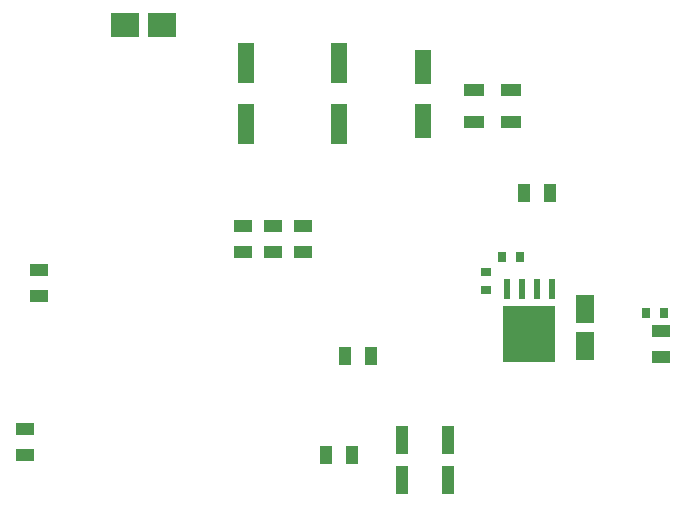
<source format=gtp>
%FSLAX25Y25*%
%MOIN*%
G70*
G01*
G75*
G04 Layer_Color=8421504*
%ADD10R,0.06693X0.04331*%
%ADD11R,0.05906X0.03937*%
%ADD12R,0.03937X0.09449*%
%ADD13R,0.03937X0.05906*%
%ADD14R,0.02756X0.03543*%
%ADD15R,0.03543X0.02756*%
%ADD16R,0.02362X0.07087*%
%ADD17R,0.17716X0.18898*%
%ADD18R,0.05512X0.13386*%
%ADD19R,0.09646X0.08465*%
%ADD20R,0.06102X0.09646*%
%ADD21R,0.05512X0.11811*%
%ADD22C,0.03500*%
%ADD23C,0.05000*%
%ADD24C,0.10000*%
%ADD25C,0.06000*%
%ADD26C,0.01000*%
%ADD27C,0.03000*%
%ADD28C,0.01500*%
%ADD29C,0.02500*%
%ADD30C,0.15000*%
%ADD31O,0.07874X0.11811*%
%ADD32C,0.05906*%
%ADD33R,0.05906X0.05906*%
%ADD34C,0.14900*%
%ADD35C,0.09843*%
%ADD36O,0.11811X0.07874*%
%ADD37C,0.05000*%
%ADD38C,0.00984*%
%ADD39C,0.00787*%
%ADD40C,0.00800*%
%ADD41C,0.00600*%
D10*
X224000Y141685D02*
D03*
Y152315D02*
D03*
X211500Y141685D02*
D03*
Y152315D02*
D03*
D11*
X62000Y39331D02*
D03*
Y30669D02*
D03*
X273850Y71823D02*
D03*
Y63161D02*
D03*
X66669Y83500D02*
D03*
Y92161D02*
D03*
X154500Y106831D02*
D03*
Y98169D02*
D03*
X144500Y106831D02*
D03*
Y98169D02*
D03*
X134500Y106831D02*
D03*
Y98169D02*
D03*
D12*
X187500Y35693D02*
D03*
Y22307D02*
D03*
X203000Y35693D02*
D03*
Y22307D02*
D03*
D13*
X177331Y63500D02*
D03*
X168669D02*
D03*
X170831Y30500D02*
D03*
X162169D02*
D03*
X228169Y118000D02*
D03*
X236831D02*
D03*
D14*
X274953Y78000D02*
D03*
X269047D02*
D03*
X221047Y96500D02*
D03*
X226953D02*
D03*
D15*
X215500Y91453D02*
D03*
Y85547D02*
D03*
D16*
X237500Y85736D02*
D03*
X232500D02*
D03*
X227500D02*
D03*
X222500D02*
D03*
D17*
X230000Y71012D02*
D03*
D18*
X166500Y140764D02*
D03*
Y161236D02*
D03*
X135500Y140764D02*
D03*
Y161236D02*
D03*
D19*
X107701Y174000D02*
D03*
X95299D02*
D03*
D20*
X248500Y79102D02*
D03*
Y66898D02*
D03*
D21*
X194500Y160055D02*
D03*
Y141945D02*
D03*
M02*

</source>
